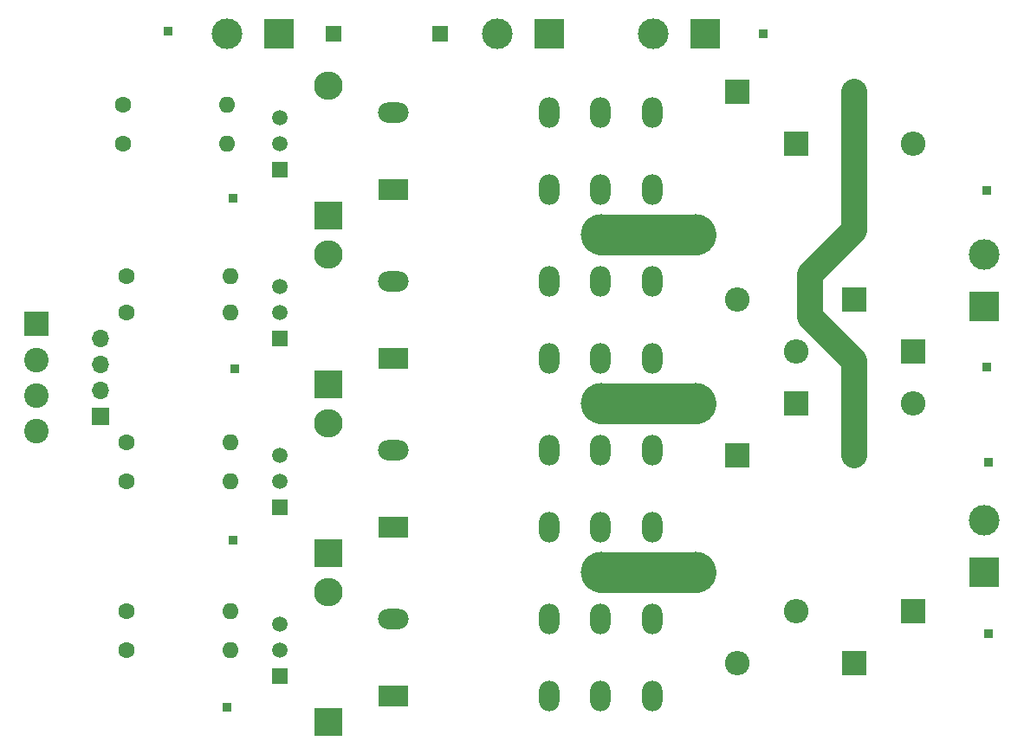
<source format=gbr>
%TF.GenerationSoftware,KiCad,Pcbnew,8.0.4*%
%TF.CreationDate,2024-09-07T09:02:32+02:00*%
%TF.ProjectId,chairAdjust-relayBoard,63686169-7241-4646-9a75-73742d72656c,rev?*%
%TF.SameCoordinates,Original*%
%TF.FileFunction,Copper,L1,Top*%
%TF.FilePolarity,Positive*%
%FSLAX46Y46*%
G04 Gerber Fmt 4.6, Leading zero omitted, Abs format (unit mm)*
G04 Created by KiCad (PCBNEW 8.0.4) date 2024-09-07 09:02:32*
%MOMM*%
%LPD*%
G01*
G04 APERTURE LIST*
%TA.AperFunction,ComponentPad*%
%ADD10R,3.000000X3.000000*%
%TD*%
%TA.AperFunction,ComponentPad*%
%ADD11C,3.000000*%
%TD*%
%TA.AperFunction,ComponentPad*%
%ADD12R,0.850000X0.850000*%
%TD*%
%TA.AperFunction,ComponentPad*%
%ADD13R,2.800000X2.800000*%
%TD*%
%TA.AperFunction,ComponentPad*%
%ADD14O,2.800000X2.800000*%
%TD*%
%TA.AperFunction,ComponentPad*%
%ADD15R,2.400000X2.400000*%
%TD*%
%TA.AperFunction,ComponentPad*%
%ADD16O,2.400000X2.400000*%
%TD*%
%TA.AperFunction,ComponentPad*%
%ADD17C,1.600000*%
%TD*%
%TA.AperFunction,ComponentPad*%
%ADD18O,1.600000X1.600000*%
%TD*%
%TA.AperFunction,ComponentPad*%
%ADD19R,1.500000X1.500000*%
%TD*%
%TA.AperFunction,ComponentPad*%
%ADD20C,1.500000*%
%TD*%
%TA.AperFunction,ComponentPad*%
%ADD21O,2.000000X3.000000*%
%TD*%
%TA.AperFunction,ComponentPad*%
%ADD22R,3.000000X2.000000*%
%TD*%
%TA.AperFunction,ComponentPad*%
%ADD23O,3.000000X2.000000*%
%TD*%
%TA.AperFunction,ComponentPad*%
%ADD24R,1.700000X1.700000*%
%TD*%
%TA.AperFunction,ComponentPad*%
%ADD25O,1.700000X1.700000*%
%TD*%
%TA.AperFunction,ComponentPad*%
%ADD26C,2.400000*%
%TD*%
%TA.AperFunction,ViaPad*%
%ADD27C,4.000000*%
%TD*%
%TA.AperFunction,Conductor*%
%ADD28C,4.000000*%
%TD*%
%TA.AperFunction,Conductor*%
%ADD29C,2.500000*%
%TD*%
G04 APERTURE END LIST*
D10*
%TO.P,J4,1,Pin_1*%
%TO.N,+24V*%
X176530000Y-35560000D03*
D11*
%TO.P,J4,2,Pin_2*%
X171450000Y-35560000D03*
%TD*%
D12*
%TO.P,TP7,1,1*%
%TO.N,Net-(D3-K)*%
X130556000Y-68326000D03*
%TD*%
D13*
%TO.P,D8,1,K*%
%TO.N,Net-(D8-K)*%
X139700000Y-86360000D03*
D14*
%TO.P,D8,2,A*%
%TO.N,GND*%
X139700000Y-73660000D03*
%TD*%
D15*
%TO.P,D11,1,K*%
%TO.N,Net-(D10-A)*%
X196850000Y-92075000D03*
D16*
%TO.P,D11,2,A*%
%TO.N,GNDPWR*%
X196850000Y-71755000D03*
%TD*%
D17*
%TO.P,R7,1*%
%TO.N,/Relay_M2.2*%
X120015000Y-92075000D03*
D18*
%TO.P,R7,2*%
%TO.N,+12V*%
X130175000Y-92075000D03*
%TD*%
D15*
%TO.P,D7,1,K*%
%TO.N,Net-(D4-A)*%
X196850000Y-66675000D03*
D16*
%TO.P,D7,2,A*%
%TO.N,GNDPWR*%
X196850000Y-46355000D03*
%TD*%
D12*
%TO.P,TP9,1,1*%
%TO.N,Net-(D8-K)*%
X130429000Y-85090000D03*
%TD*%
D19*
%TO.P,Q2,1,C*%
%TO.N,Net-(D8-K)*%
X134980000Y-81915000D03*
D20*
%TO.P,Q2,2,B*%
%TO.N,Net-(Q2-B)*%
X134980000Y-79375000D03*
%TO.P,Q2,3,E*%
%TO.N,+12V*%
X134980000Y-76835000D03*
%TD*%
D15*
%TO.P,D6,1,K*%
%TO.N,Net-(D5-A)*%
X191135000Y-61595000D03*
D16*
%TO.P,D6,2,A*%
%TO.N,GNDPWR*%
X191135000Y-41275000D03*
%TD*%
D15*
%TO.P,D12,1,K*%
%TO.N,+24V*%
X179705000Y-76835000D03*
D16*
%TO.P,D12,2,A*%
%TO.N,Net-(D12-A)*%
X179705000Y-97155000D03*
%TD*%
D19*
%TO.P,Q3,1,C*%
%TO.N,Net-(D3-K)*%
X134980000Y-65405000D03*
D20*
%TO.P,Q3,2,B*%
%TO.N,Net-(Q3-B)*%
X134980000Y-62865000D03*
%TO.P,Q3,3,E*%
%TO.N,+12V*%
X134980000Y-60325000D03*
%TD*%
D12*
%TO.P,TP8,1,1*%
%TO.N,Net-(D1-K)*%
X130429000Y-51689000D03*
%TD*%
D21*
%TO.P,K1,11*%
%TO.N,Net-(D5-A)*%
X166350000Y-43300000D03*
X166350000Y-50800000D03*
%TO.P,K1,12*%
%TO.N,GNDPWR*%
X161310000Y-43300000D03*
X161310000Y-50800000D03*
%TO.P,K1,14*%
%TO.N,+24V*%
X171390000Y-43300000D03*
X171390000Y-50800000D03*
D22*
%TO.P,K1,A1*%
%TO.N,Net-(D1-K)*%
X146050000Y-50800000D03*
D23*
%TO.P,K1,A2*%
%TO.N,GND*%
X146050000Y-43300000D03*
%TD*%
D12*
%TO.P,TP6,1,1*%
%TO.N,+12V*%
X124079000Y-35306000D03*
%TD*%
D10*
%TO.P,J7,1,Pin_1*%
%TO.N,Net-(D12-A)*%
X203835000Y-88265000D03*
D11*
%TO.P,J7,2,Pin_2*%
%TO.N,Net-(D10-A)*%
X203835000Y-83185000D03*
%TD*%
D12*
%TO.P,TP10,1,1*%
%TO.N,Net-(D9-K)*%
X129794000Y-101473000D03*
%TD*%
D24*
%TO.P,J3,1,Pin_1*%
%TO.N,/Relay_M2.2*%
X117475000Y-73025000D03*
D25*
%TO.P,J3,2,Pin_2*%
%TO.N,/Relay_M2.1*%
X117475000Y-70485000D03*
%TO.P,J3,3,Pin_3*%
%TO.N,/Relay_M1.2*%
X117475000Y-67945000D03*
%TO.P,J3,4,Pin_4*%
%TO.N,/Relay_M1.1*%
X117475000Y-65405000D03*
%TD*%
D21*
%TO.P,K4,11*%
%TO.N,Net-(D12-A)*%
X166348000Y-92830000D03*
X166348000Y-100330000D03*
%TO.P,K4,12*%
%TO.N,GNDPWR*%
X161308000Y-92830000D03*
X161308000Y-100330000D03*
%TO.P,K4,14*%
%TO.N,+24V*%
X171388000Y-92830000D03*
X171388000Y-100330000D03*
D22*
%TO.P,K4,A1*%
%TO.N,Net-(D9-K)*%
X146048000Y-100330000D03*
D23*
%TO.P,K4,A2*%
%TO.N,GND*%
X146048000Y-92830000D03*
%TD*%
D13*
%TO.P,D1,1,K*%
%TO.N,Net-(D1-K)*%
X139700000Y-53340000D03*
D14*
%TO.P,D1,2,A*%
%TO.N,GND*%
X139700000Y-40640000D03*
%TD*%
D10*
%TO.P,J1,1,Pin_1*%
%TO.N,Net-(D4-A)*%
X203835000Y-62230000D03*
D11*
%TO.P,J1,2,Pin_2*%
%TO.N,Net-(D5-A)*%
X203835000Y-57150000D03*
%TD*%
D17*
%TO.P,R2,1*%
%TO.N,/Relay_M1.1*%
X119655000Y-46355000D03*
D18*
%TO.P,R2,2*%
%TO.N,Net-(Q1-B)*%
X129815000Y-46355000D03*
%TD*%
D19*
%TO.P,TP4,1,1*%
%TO.N,GNDPWR*%
X150622000Y-35560000D03*
%TD*%
%TO.P,Q1,1,C*%
%TO.N,Net-(D1-K)*%
X134980000Y-48895000D03*
D20*
%TO.P,Q1,2,B*%
%TO.N,Net-(Q1-B)*%
X134980000Y-46355000D03*
%TO.P,Q1,3,E*%
%TO.N,+12V*%
X134980000Y-43815000D03*
%TD*%
D15*
%TO.P,D5,1,K*%
%TO.N,+24V*%
X179705000Y-41275000D03*
D16*
%TO.P,D5,2,A*%
%TO.N,Net-(D5-A)*%
X179705000Y-61595000D03*
%TD*%
D12*
%TO.P,TP11,1,1*%
%TO.N,Net-(D10-A)*%
X204216000Y-77470000D03*
%TD*%
D15*
%TO.P,J2,1,Pin_1*%
%TO.N,/Relay_M1.1*%
X111225000Y-63965000D03*
D26*
%TO.P,J2,2,Pin_2*%
%TO.N,/Relay_M1.2*%
X111225000Y-67465000D03*
%TO.P,J2,3,Pin_3*%
%TO.N,/Relay_M2.1*%
X111225000Y-70965000D03*
%TO.P,J2,4,Pin_4*%
%TO.N,/Relay_M2.2*%
X111225000Y-74465000D03*
%TD*%
D13*
%TO.P,D3,1,K*%
%TO.N,Net-(D3-K)*%
X139700000Y-69850000D03*
D14*
%TO.P,D3,2,A*%
%TO.N,GND*%
X139700000Y-57150000D03*
%TD*%
D19*
%TO.P,Q4,1,C*%
%TO.N,Net-(D9-K)*%
X134980000Y-98425000D03*
D20*
%TO.P,Q4,2,B*%
%TO.N,Net-(Q4-B)*%
X134980000Y-95885000D03*
%TO.P,Q4,3,E*%
%TO.N,+12V*%
X134980000Y-93345000D03*
%TD*%
D21*
%TO.P,K2,11*%
%TO.N,Net-(D4-A)*%
X166348000Y-59810000D03*
X166348000Y-67310000D03*
%TO.P,K2,12*%
%TO.N,GNDPWR*%
X161308000Y-59810000D03*
X161308000Y-67310000D03*
%TO.P,K2,14*%
%TO.N,+24V*%
X171388000Y-59810000D03*
X171388000Y-67310000D03*
D22*
%TO.P,K2,A1*%
%TO.N,Net-(D3-K)*%
X146048000Y-67310000D03*
D23*
%TO.P,K2,A2*%
%TO.N,GND*%
X146048000Y-59810000D03*
%TD*%
D15*
%TO.P,D13,1,K*%
%TO.N,Net-(D12-A)*%
X191135000Y-97155000D03*
D16*
%TO.P,D13,2,A*%
%TO.N,GNDPWR*%
X191135000Y-76835000D03*
%TD*%
D13*
%TO.P,D9,1,K*%
%TO.N,Net-(D9-K)*%
X139700000Y-102870000D03*
D14*
%TO.P,D9,2,A*%
%TO.N,GND*%
X139700000Y-90170000D03*
%TD*%
D21*
%TO.P,K3,11*%
%TO.N,Net-(D10-A)*%
X166350000Y-76320000D03*
X166350000Y-83820000D03*
%TO.P,K3,12*%
%TO.N,GNDPWR*%
X161310000Y-76320000D03*
X161310000Y-83820000D03*
%TO.P,K3,14*%
%TO.N,+24V*%
X171390000Y-76320000D03*
X171390000Y-83820000D03*
D22*
%TO.P,K3,A1*%
%TO.N,Net-(D8-K)*%
X146050000Y-83820000D03*
D23*
%TO.P,K3,A2*%
%TO.N,GND*%
X146050000Y-76320000D03*
%TD*%
D17*
%TO.P,R5,1*%
%TO.N,/Relay_M1.2*%
X120015000Y-59309000D03*
D18*
%TO.P,R5,2*%
%TO.N,+12V*%
X130175000Y-59309000D03*
%TD*%
D15*
%TO.P,D4,1,K*%
%TO.N,+24V*%
X185420000Y-46355000D03*
D16*
%TO.P,D4,2,A*%
%TO.N,Net-(D4-A)*%
X185420000Y-66675000D03*
%TD*%
D17*
%TO.P,R4,1*%
%TO.N,/Relay_M1.2*%
X120015000Y-62865000D03*
D18*
%TO.P,R4,2*%
%TO.N,Net-(Q3-B)*%
X130175000Y-62865000D03*
%TD*%
D10*
%TO.P,J6,1,Pin_1*%
%TO.N,GND*%
X134874000Y-35560000D03*
D11*
%TO.P,J6,2,Pin_2*%
%TO.N,+12V*%
X129794000Y-35560000D03*
%TD*%
D12*
%TO.P,TP1,1,1*%
%TO.N,Net-(D5-A)*%
X204089000Y-50927000D03*
%TD*%
%TO.P,TP3,1,1*%
%TO.N,+24V*%
X182245000Y-35560000D03*
%TD*%
D17*
%TO.P,R3,1*%
%TO.N,/Relay_M1.1*%
X119655000Y-42545000D03*
D18*
%TO.P,R3,2*%
%TO.N,+12V*%
X129815000Y-42545000D03*
%TD*%
D12*
%TO.P,TP12,1,1*%
%TO.N,Net-(D12-A)*%
X204216000Y-94234000D03*
%TD*%
D15*
%TO.P,D10,1,K*%
%TO.N,+24V*%
X185420000Y-71755000D03*
D16*
%TO.P,D10,2,A*%
%TO.N,Net-(D10-A)*%
X185420000Y-92075000D03*
%TD*%
D17*
%TO.P,R6,1*%
%TO.N,/Relay_M2.1*%
X120015000Y-75565000D03*
D18*
%TO.P,R6,2*%
%TO.N,+12V*%
X130175000Y-75565000D03*
%TD*%
D10*
%TO.P,J5,1,Pin_1*%
%TO.N,GNDPWR*%
X161290000Y-35560000D03*
D11*
%TO.P,J5,2,Pin_2*%
X156210000Y-35560000D03*
%TD*%
D17*
%TO.P,R9,1*%
%TO.N,/Relay_M2.2*%
X120015000Y-95885000D03*
D18*
%TO.P,R9,2*%
%TO.N,Net-(Q4-B)*%
X130175000Y-95885000D03*
%TD*%
D17*
%TO.P,R8,1*%
%TO.N,/Relay_M2.1*%
X120015000Y-79375000D03*
D18*
%TO.P,R8,2*%
%TO.N,Net-(Q2-B)*%
X130175000Y-79375000D03*
%TD*%
D12*
%TO.P,TP2,1,1*%
%TO.N,Net-(D4-A)*%
X204089000Y-68199000D03*
%TD*%
D19*
%TO.P,TP5,1,1*%
%TO.N,GND*%
X140208000Y-35560000D03*
%TD*%
D27*
%TO.N,Net-(D4-A)*%
X166370000Y-71755000D03*
X175590000Y-71755000D03*
%TO.N,Net-(D5-A)*%
X166370000Y-55245000D03*
X175590000Y-55245000D03*
%TO.N,Net-(D10-A)*%
X166370000Y-88265000D03*
X175590000Y-88265000D03*
%TD*%
D28*
%TO.N,Net-(D4-A)*%
X166370000Y-71755000D02*
X175590000Y-71755000D01*
%TO.N,Net-(D5-A)*%
X166370000Y-55245000D02*
X175590000Y-55245000D01*
D29*
%TO.N,GNDPWR*%
X186828327Y-63275000D02*
X191135000Y-67581673D01*
X186828327Y-59101673D02*
X186828327Y-63275000D01*
X191135000Y-54795000D02*
X186828327Y-59101673D01*
X191135000Y-41275000D02*
X191135000Y-54795000D01*
D28*
%TO.N,Net-(D10-A)*%
X166370000Y-88265000D02*
X175590000Y-88265000D01*
D29*
%TO.N,GNDPWR*%
X191135000Y-67581673D02*
X191135000Y-76835000D01*
%TD*%
M02*

</source>
